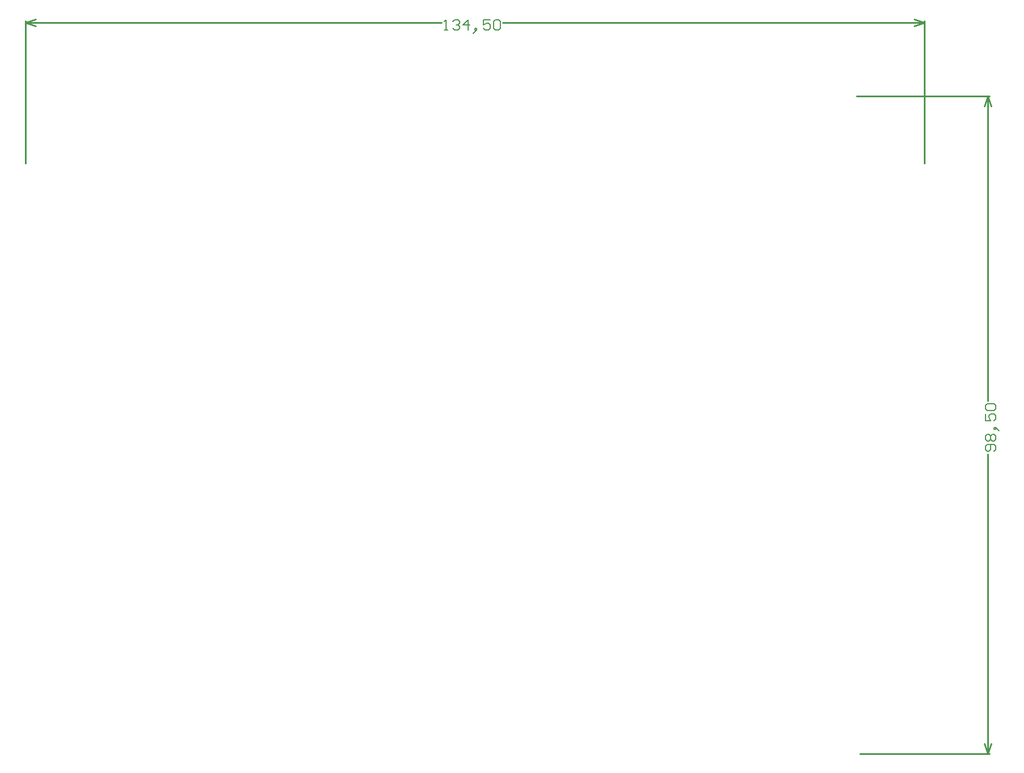
<source format=gm1>
G04*
G04 #@! TF.GenerationSoftware,Altium Limited,Altium Designer,19.0.15 (446)*
G04*
G04 Layer_Color=16711935*
%FSAX25Y25*%
%MOIN*%
G70*
G01*
G75*
%ADD21C,0.01000*%
%ADD109C,0.00600*%
D21*
X0749735Y0668337D02*
X0755735Y0670337D01*
X0749735Y0668337D02*
X0755735Y0666337D01*
X1273262D02*
X1279262Y0668337D01*
X1273262Y0670337D02*
X1279262Y0668337D01*
X0749735D02*
X0994804D01*
X1030993D02*
X1279262D01*
X0749735Y0585085D02*
Y0669337D01*
X1279262Y0585085D02*
Y0669337D01*
X1316664Y0625030D02*
X1318664Y0619030D01*
X1314664D02*
X1316664Y0625030D01*
X1314664Y0243235D02*
X1316664Y0237235D01*
X1318664Y0243235D01*
X1316664Y0445128D02*
Y0625030D01*
Y0237235D02*
Y0413937D01*
X1239317Y0625030D02*
X1317664D01*
X1241286Y0237235D02*
X1317664D01*
D109*
X0996404Y0663738D02*
X0998403D01*
X0997404D01*
Y0669736D01*
X0996404Y0668737D01*
X1001402D02*
X1002402Y0669736D01*
X1004401D01*
X1005401Y0668737D01*
Y0667737D01*
X1004401Y0666737D01*
X1003401D01*
X1004401D01*
X1005401Y0665738D01*
Y0664738D01*
X1004401Y0663738D01*
X1002402D01*
X1001402Y0664738D01*
X1010399Y0663738D02*
Y0669736D01*
X1007400Y0666737D01*
X1011399D01*
X1014398Y0662739D02*
X1015398Y0663738D01*
Y0664738D01*
X1014398D01*
Y0663738D01*
X1015398D01*
X1014398Y0662739D01*
X1013398Y0661739D01*
X1023395Y0669736D02*
X1019396D01*
Y0666737D01*
X1021396Y0667737D01*
X1022395D01*
X1023395Y0666737D01*
Y0664738D01*
X1022395Y0663738D01*
X1020396D01*
X1019396Y0664738D01*
X1025394Y0668737D02*
X1026394Y0669736D01*
X1028393D01*
X1029393Y0668737D01*
Y0664738D01*
X1028393Y0663738D01*
X1026394D01*
X1025394Y0664738D01*
Y0668737D01*
X1320263Y0415537D02*
X1321262Y0416537D01*
Y0418536D01*
X1320263Y0419536D01*
X1316264D01*
X1315265Y0418536D01*
Y0416537D01*
X1316264Y0415537D01*
X1317264D01*
X1318264Y0416537D01*
Y0419536D01*
X1316264Y0421535D02*
X1315265Y0422535D01*
Y0424534D01*
X1316264Y0425534D01*
X1317264D01*
X1318264Y0424534D01*
X1319263Y0425534D01*
X1320263D01*
X1321262Y0424534D01*
Y0422535D01*
X1320263Y0421535D01*
X1319263D01*
X1318264Y0422535D01*
X1317264Y0421535D01*
X1316264D01*
X1318264Y0422535D02*
Y0424534D01*
X1322262Y0428533D02*
X1321262Y0429532D01*
X1320263D01*
Y0428533D01*
X1321262D01*
Y0429532D01*
X1322262Y0428533D01*
X1323262Y0427533D01*
X1315265Y0437530D02*
Y0433531D01*
X1318264D01*
X1317264Y0435530D01*
Y0436530D01*
X1318264Y0437530D01*
X1320263D01*
X1321262Y0436530D01*
Y0434531D01*
X1320263Y0433531D01*
X1316264Y0439529D02*
X1315265Y0440529D01*
Y0442528D01*
X1316264Y0443528D01*
X1320263D01*
X1321262Y0442528D01*
Y0440529D01*
X1320263Y0439529D01*
X1316264D01*
M02*

</source>
